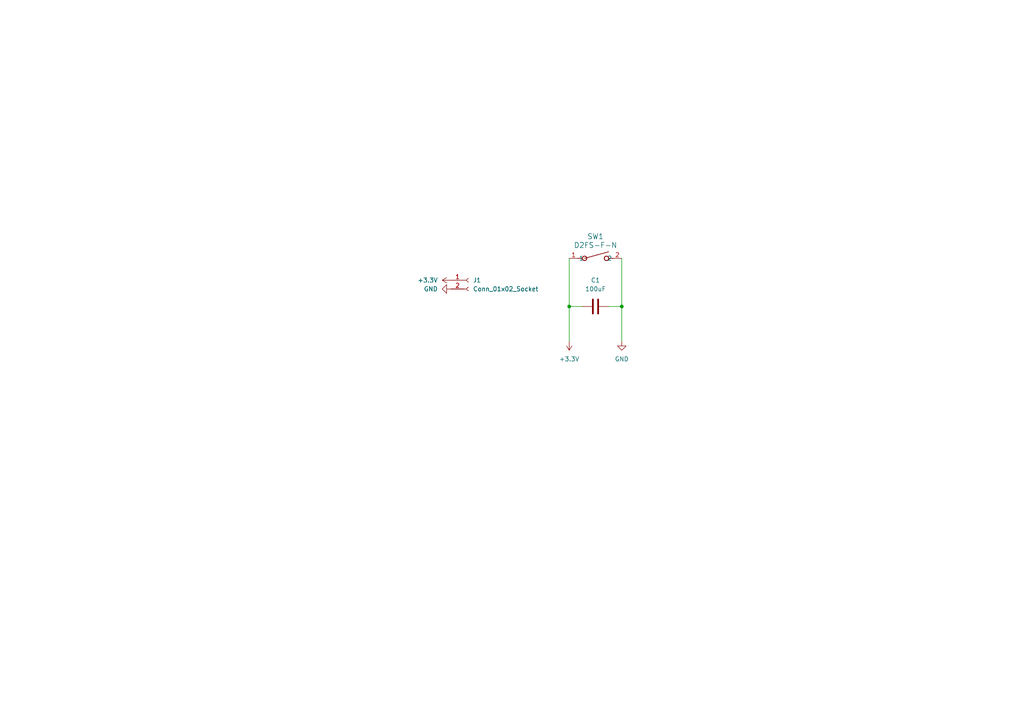
<source format=kicad_sch>
(kicad_sch (version 20250114) (generator "eeschema") (generator_version "9.0")
  (paper "A4")
  (lib_symbols
    (symbol "Connector:Conn_01x02_Socket" (pin_names (offset 1.016) (hide yes))
      (property "Reference" "J" (at 0 2.54 0))
      (property "Value" "Conn_01x02_Socket" (at 0 -5.08 0))
      (symbol "Conn_01x02_Socket_1_1"
        (polyline (pts (xy -1.27 0) (xy -0.508 0)) (stroke (width 0.1524)))
        (polyline (pts (xy -1.27 -2.54) (xy -0.508 -2.54)) (stroke (width 0.1524)))
        (arc (start 0 -0.508) (mid -0.5058 0) (end 0 0.508) (stroke (width 0.1524)))
        (arc (start 0 -3.048) (mid -0.5058 -2.54) (end 0 -2.032) (stroke (width 0.1524)))
        (pin passive line (at -5.08 0 0) (length 3.81) (name "Pin_1") (number "1"))
        (pin passive line (at -5.08 -2.54 0) (length 3.81) (name "Pin_2") (number "2"))
      )
    )
    (symbol "Device:C" (pin_numbers (hide yes)) (pin_names (offset 0.254))
      (property "Reference" "C" (at 0.635 2.54 0))
      (property "Value" "C" (at 0.635 -2.54 0))
      (symbol "C_0_1"
        (polyline (pts (xy -2.032 0.762) (xy 2.032 0.762)) (stroke (width 0.508)))
        (polyline (pts (xy -2.032 -0.762) (xy 2.032 -0.762)) (stroke (width 0.508)))
      )
      (symbol "C_1_1"
        (pin passive line (at 0 3.81 270) (length 2.794) (name "~") (number "1"))
        (pin passive line (at 0 -3.81 90) (length 2.794) (name "~") (number "2"))
      )
    )
    (symbol "Microswitch:D2FS-F-N" (pin_names (offset 0.254))
      (property "Reference" "SW" (at 7.62 3.81 0))
      (property "Value" "D2FS-F-N" (at 0 0 0))
      (symbol "D2FS-F-N_0_1"
        (polyline (pts (xy 2.54 0) (xy 3.81 0)) (stroke (width 0.2032)))
        (polyline (pts (xy 4.445 0) (xy 11.43 1.905)) (stroke (width 0.2032)))
        (circle (center 4.445 0) (radius 0.635) (stroke (width 0.254)))
        (circle (center 10.795 0) (radius 0.635) (stroke (width 0.254)))
        (polyline (pts (xy 12.7 0) (xy 11.43 0)) (stroke (width 0.2032)))
        (pin unspecified line (at 0 0 0) (length 2.54) (name "1") (number "1"))
        (pin unspecified line (at 15.24 0 180) (length 2.54) (name "2") (number "2"))
      )
    )
    (symbol "power:+3.3V" (power) (pin_names (offset 0))
      (property "Value" "+3.3V" (at 0 3.556 0))
      (symbol "+3.3V_0_1"
        (polyline (pts (xy -0.762 1.27) (xy 0 2.54)))
        (polyline (pts (xy 0 2.54) (xy 0.762 1.27)))
        (polyline (pts (xy 0 0) (xy 0 2.54)))
      )
      (symbol "+3.3V_1_1"
        (pin power_in line (at 0 0 90) (length 0) (hide yes) (name "+3.3V") (number "1"))
      )
    )
    (symbol "power:GND" (power) (pin_names (offset 0))
      (property "Value" "GND" (at 0 -3.81 0))
      (symbol "GND_0_1"
        (polyline (pts (xy 0 0) (xy 0 -1.27) (xy 1.27 -1.27) (xy 0 -2.54) (xy -1.27 -1.27) (xy 0 -1.27)))
      )
      (symbol "GND_1_1"
        (pin power_in line (at 0 0 270) (length 0) (hide yes) (name "GND") (number "1"))
      )
    )
  )
  (junction (at 180.34 88.9))
  (junction (at 165.1 88.9))
  (wire (pts (xy 180.34 88.9) (xy 176.53 88.9)))
  (wire (pts (xy 165.1 88.9) (xy 168.91 88.9)))
  (wire (pts (xy 165.1 74.93) (xy 165.1 88.9)))
  (wire (pts (xy 165.1 88.9) (xy 165.1 99.06)))
  (wire (pts (xy 180.34 99.06) (xy 180.34 88.9)))
  (wire (pts (xy 180.34 74.93) (xy 180.34 88.9)))
  (symbol (lib_id "power:+3.3V") (at 165.1 99.06 180) (unit 1)
    (property "Reference" "#PWR03" (effects (hide yes)))
    (property "Value" "+3.3V" (at 165.1 104.14 0))
    (property "Description" "Power symbol creates a global label with name \"+3.3V\"" (effects (hide yes)))
  )
  (symbol (lib_id "power:+3.3V") (at 130.81 81.28 90) (unit 1)
    (property "Reference" "#PWR01" (effects (hide yes)))
    (property "Value" "+3.3V" (at 127 81.2799 90) (effects (justify left)))
    (property "Description" "Power symbol creates a global label with name \"+3.3V\"" (effects (hide yes)))
  )
  (symbol (lib_id "Microswitch:D2FS-F-N") (at 165.1 74.93 0) (unit 1)
    (property "Reference" "SW1" (at 172.72 68.58 0) (effects (font (size 1.524 1.524))))
    (property "Value" "D2FS-F-N" (at 172.72 71.12 0) (effects (font (size 1.524 1.524))))
    (property "Footprint" "microswitch:SW_D2FS-F-N_OMR" (effects (hide yes)))
    (property "Datasheet" "D2FS-F-N" (effects (hide yes)))
  )
  (symbol (lib_id "Connector:Conn_01x02_Socket") (at 135.89 81.28 0) (unit 1)
    (property "Reference" "J1" (at 137.16 81.2799 0) (effects (justify left)))
    (property "Value" "Conn_01x02_Socket" (at 137.16 83.8199 0) (effects (justify left)))
    (property "Footprint" "Connector_PinSocket_2.54mm:PinSocket_1x02_P2.54mm_Vertical" (effects (hide yes)))
    (property "Description" "Generic connector, single row, 01x02, script generated" (effects (hide yes)))
  )
  (symbol (lib_id "power:GND") (at 130.81 83.82 270) (unit 1)
    (property "Reference" "#PWR02" (effects (hide yes)))
    (property "Value" "GND" (at 127 83.8199 90) (effects (justify right)))
    (property "Description" "Power symbol creates a global label with name \"GND\" , ground" (effects (hide yes)))
  )
  (symbol (lib_id "Device:C") (at 172.72 88.9 90) (unit 1)
    (property "Reference" "C1" (at 172.72 81.28 90))
    (property "Value" "100uF" (at 172.72 83.82 90))
    (property "Footprint" "Capacitor_THT:CP_Radial_D6.3mm_P2.50mm" (effects (hide yes)))
    (property "Description" "Unpolarized capacitor" (effects (hide yes)))
  )
  (symbol (lib_id "power:GND") (at 180.34 99.06 0) (unit 1)
    (property "Reference" "#PWR04" (effects (hide yes)))
    (property "Value" "GND" (at 180.34 104.14 0))
    (property "Description" "Power symbol creates a global label with name \"GND\" , ground" (effects (hide yes)))
  )
)
</source>
